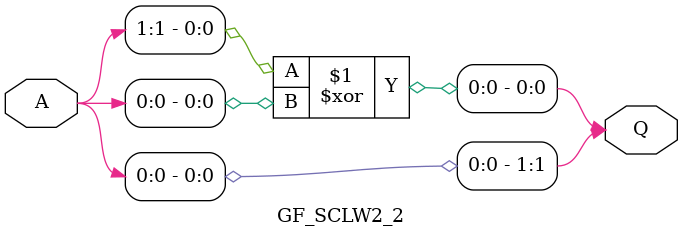
<source format=v>
`timescale 1ns / 1ps


module GF_SCLW2_2 ( A, Q );
  input [1:0] A;
  output [1:0] Q;
  assign Q = { A[0], (A[1] ^ A[0]) };
endmodule

</source>
